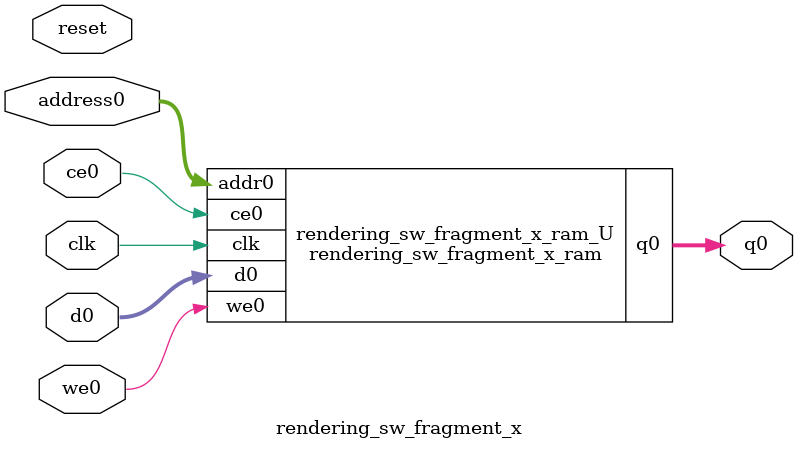
<source format=v>
`timescale 1 ns / 1 ps
module rendering_sw_fragment_x_ram (addr0, ce0, d0, we0, q0,  clk);

parameter DWIDTH = 8;
parameter AWIDTH = 9;
parameter MEM_SIZE = 500;

input[AWIDTH-1:0] addr0;
input ce0;
input[DWIDTH-1:0] d0;
input we0;
output reg[DWIDTH-1:0] q0;
input clk;

(* ram_style = "block" *)reg [DWIDTH-1:0] ram[0:MEM_SIZE-1];




always @(posedge clk)  
begin 
    if (ce0) 
    begin
        if (we0) 
        begin 
            ram[addr0] <= d0; 
        end 
        q0 <= ram[addr0];
    end
end


endmodule

`timescale 1 ns / 1 ps
module rendering_sw_fragment_x(
    reset,
    clk,
    address0,
    ce0,
    we0,
    d0,
    q0);

parameter DataWidth = 32'd8;
parameter AddressRange = 32'd500;
parameter AddressWidth = 32'd9;
input reset;
input clk;
input[AddressWidth - 1:0] address0;
input ce0;
input we0;
input[DataWidth - 1:0] d0;
output[DataWidth - 1:0] q0;



rendering_sw_fragment_x_ram rendering_sw_fragment_x_ram_U(
    .clk( clk ),
    .addr0( address0 ),
    .ce0( ce0 ),
    .we0( we0 ),
    .d0( d0 ),
    .q0( q0 ));

endmodule


</source>
